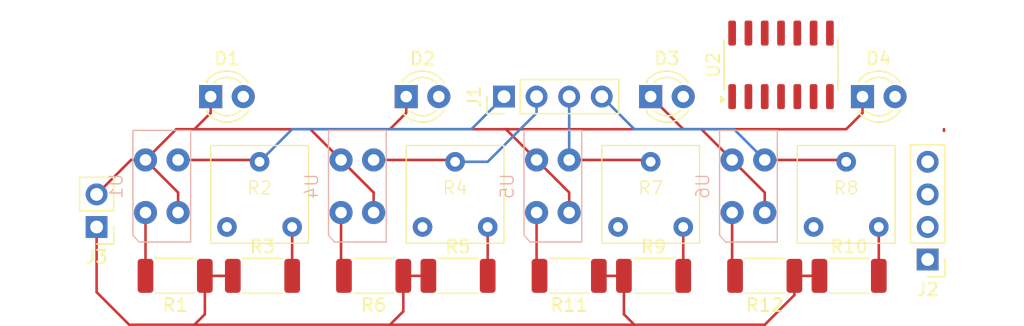
<source format=kicad_pcb>
(kicad_pcb (version 20240108) (generator "pcbnew") (generator_version "8.0")
  (layers (0 "F.Cu" signal) (31 "B.Cu" signal) (34 "B.Paste" user) (35 "F.Paste" user) (36 "B.SilkS" user "B.Silkscreen") (37 "F.SilkS" user "F.Silkscreen") (38 "B.Mask" user) (39 "F.Mask" user) (44 "Edge.Cuts" user))
  (net 0 "")
  (net 1 "Net-(D1-A)")
  (net 2 "GND")
  (net 3 "Net-(D2-A)")
  (net 4 "Net-(D3-A)")
  (net 5 "Net-(D4-A)")
  (net 6 "S3")
  (net 7 "S4")
  (net 8 "S2")
  (net 9 "S1")
  (net 10 "Net-(J2-Pin_4)")
  (net 11 "Net-(J2-Pin_2)")
  (net 12 "Net-(J2-Pin_3)")
  (net 13 "Net-(J2-Pin_1)")
  (net 14 "+5V")
  (net 15 "Net-(U1-Anode)")
  (net 16 "Net-(R2-Pad2)")
  (net 17 "Net-(R4-Pad2)")
  (net 18 "Net-(U4-Anode)")
  (net 19 "Net-(R7-Pad2)")
  (net 20 "Net-(R10-Pad2)")
  (net 21 "Net-(U5-Anode)")
  (net 22 "Net-(U6-Anode)")
  (footprint "自作:R_Variable" (layer "F.Cu") (at 107.95 40.64)
    (property "Reference" "R4" (at 0 -0.5 0) (layer "F.SilkS") (effects (font (thickness 0.1))))
    (property "Value" "50k")
    (fp_rect (start -3.81 -3.81) (end 3.81 3.81) (stroke (width 0.1)) (fill none) (layer "F.SilkS"))
    (pad "1" thru_hole circle (at 0 -2.54) (size 1.524 1.524) (drill 0.762) (layers "*.Cu" "*.Mask") (net 8 "S2"))
    (pad "2" thru_hole circle (at 2.54 2.54) (size 1.524 1.524) (drill 0.762) (layers "*.Cu" "*.Mask") (net 17 "Net-(R4-Pad2)"))
    (pad "3" thru_hole circle (at -2.54 2.54) (size 1.524 1.524) (drill 0.762) (layers "*.Cu" "*.Mask"))
  )
  (footprint "Resistor_SMD:R_2010_5025Metric" (layer "F.Cu") (at 138.6575 46.99)
    (property "Reference" "R10" (at 0 -2.28 0) (layer "F.SilkS"))
    (property "Value" "300")
    (fp_line (start -1.527064 -1.36) (end 1.527064 -1.36) (stroke (width 0.12)) (layer "F.SilkS"))
    (fp_line (start -1.527064 1.36) (end 1.527064 1.36) (stroke (width 0.12)) (layer "F.SilkS"))
    (pad "1" smd roundrect (at -2.3125 0) (size 1.225 2.65) (layers "F.Cu" "F.Paste" "F.Mask") (roundrect_rratio 0.204082) (net 14 "+5V"))
    (pad "2" smd roundrect (at 2.3125 0) (size 1.225 2.65) (layers "F.Cu" "F.Paste" "F.Mask") (roundrect_rratio 0.204082) (net 20 "Net-(R10-Pad2)"))
  )
  (footprint "Connector_PinHeader_2.54mm:PinHeader_1x04_P2.54mm_Vertical" (layer "F.Cu") (at 144.78 45.72 180)
    (property "Reference" "J2" (at 0 -2.33 360) (layer "F.SilkS"))
    (property "Value" "Conn_01x04_Socket")
    (fp_line (start 1.33 1.27) (end 1.33 8.95) (stroke (width 0.12)) (layer "F.SilkS"))
    (fp_line (start -1.33 8.95) (end 1.33 8.95) (stroke (width 0.12)) (layer "F.SilkS"))
    (fp_line (start -1.33 1.27) (end 1.33 1.27) (stroke (width 0.12)) (layer "F.SilkS"))
    (fp_line (start -1.33 1.27) (end -1.33 8.95) (stroke (width 0.12)) (layer "F.SilkS"))
    (fp_line (start -1.33 0) (end -1.33 -1.33) (stroke (width 0.12)) (layer "F.SilkS"))
    (fp_line (start -1.33 -1.33) (end 0 -1.33) (stroke (width 0.12)) (layer "F.SilkS"))
    (pad "1" thru_hole rect (at 0 0 180) (size 1.7 1.7) (drill 1) (layers "*.Cu" "*.Mask") (net 13 "Net-(J2-Pin_1)"))
    (pad "2" thru_hole oval (at 0 2.54 180) (size 1.7 1.7) (drill 1) (layers "*.Cu" "*.Mask") (net 11 "Net-(J2-Pin_2)"))
    (pad "3" thru_hole oval (at 0 5.08 180) (size 1.7 1.7) (drill 1) (layers "*.Cu" "*.Mask") (net 12 "Net-(J2-Pin_3)"))
    (pad "4" thru_hole oval (at 0 7.62 180) (size 1.7 1.7) (drill 1) (layers "*.Cu" "*.Mask") (net 10 "Net-(J2-Pin_4)"))
  )
  (footprint "Connector_PinHeader_2.54mm:PinHeader_1x04_P2.54mm_Vertical" (layer "F.Cu") (at 111.76 33.02 90)
    (property "Reference" "J1" (at 0 -2.33 90) (layer "F.SilkS"))
    (property "Value" "Conn_01x04_Socket")
    (fp_line (start -1.33 -1.33) (end 0 -1.33) (stroke (width 0.12)) (layer "F.SilkS"))
    (fp_line (start -1.33 0) (end -1.33 -1.33) (stroke (width 0.12)) (layer "F.SilkS"))
    (fp_line (start 1.33 1.27) (end 1.33 8.95) (stroke (width 0.12)) (layer "F.SilkS"))
    (fp_line (start -1.33 1.27) (end 1.33 1.27) (stroke (width 0.12)) (layer "F.SilkS"))
    (fp_line (start -1.33 1.27) (end -1.33 8.95) (stroke (width 0.12)) (layer "F.SilkS"))
    (fp_line (start -1.33 8.95) (end 1.33 8.95) (stroke (width 0.12)) (layer "F.SilkS"))
    (pad "1" thru_hole rect (at 0 0 90) (size 1.7 1.7) (drill 1) (layers "*.Cu" "*.Mask") (net 9 "S1"))
    (pad "2" thru_hole oval (at 0 2.54 90) (size 1.7 1.7) (drill 1) (layers "*.Cu" "*.Mask") (net 8 "S2"))
    (pad "3" thru_hole oval (at 0 5.08 90) (size 1.7 1.7) (drill 1) (layers "*.Cu" "*.Mask") (net 6 "S3"))
    (pad "4" thru_hole oval (at 0 7.62 90) (size 1.7 1.7) (drill 1) (layers "*.Cu" "*.Mask") (net 7 "S4"))
  )
  (footprint "Resistor_SMD:R_2010_5025Metric" (layer "F.Cu") (at 116.84 46.99 180)
    (property "Reference" "R11" (at 0 -2.28 360) (layer "F.SilkS"))
    (property "Value" "300")
    (fp_line (start -1.527064 1.36) (end 1.527064 1.36) (stroke (width 0.12)) (layer "F.SilkS"))
    (fp_line (start -1.527064 -1.36) (end 1.527064 -1.36) (stroke (width 0.12)) (layer "F.SilkS"))
    (pad "1" smd roundrect (at -2.3125 0 180) (size 1.225 2.65) (layers "F.Cu" "F.Paste" "F.Mask") (roundrect_rratio 0.204082) (net 14 "+5V"))
    (pad "2" smd roundrect (at 2.3125 0 180) (size 1.225 2.65) (layers "F.Cu" "F.Paste" "F.Mask") (roundrect_rratio 0.204082) (net 21 "Net-(U5-Anode)"))
  )
  (footprint "Resistor_SMD:R_2010_5025Metric" (layer "F.Cu") (at 86.1325 46.99 180)
    (property "Reference" "R1" (at 0 -2.28 360) (layer "F.SilkS"))
    (property "Value" "300")
    (fp_line (start -1.527064 1.36) (end 1.527064 1.36) (stroke (width 0.12)) (layer "F.SilkS"))
    (fp_line (start -1.527064 -1.36) (end 1.527064 -1.36) (stroke (width 0.12)) (layer "F.SilkS"))
    (pad "1" smd roundrect (at -2.3125 0 180) (size 1.225 2.65) (layers "F.Cu" "F.Paste" "F.Mask") (roundrect_rratio 0.204082) (net 14 "+5V"))
    (pad "2" smd roundrect (at 2.3125 0 180) (size 1.225 2.65) (layers "F.Cu" "F.Paste" "F.Mask") (roundrect_rratio 0.204082) (net 15 "Net-(U1-Anode)"))
  )
  (footprint "Resistor_SMD:R_2010_5025Metric" (layer "F.Cu") (at 101.6 46.99 180)
    (property "Reference" "R6" (at 0 -2.28 0) (layer "F.SilkS"))
    (property "Value" "300")
    (fp_line (start -1.527064 1.36) (end 1.527064 1.36) (stroke (width 0.12)) (layer "F.SilkS"))
    (fp_line (start -1.527064 -1.36) (end 1.527064 -1.36) (stroke (width 0.12)) (layer "F.SilkS"))
    (pad "1" smd roundrect (at -2.3125 0 180) (size 1.225 2.65) (layers "F.Cu" "F.Paste" "F.Mask") (roundrect_rratio 0.204082) (net 14 "+5V"))
    (pad "2" smd roundrect (at 2.3125 0 180) (size 1.225 2.65) (layers "F.Cu" "F.Paste" "F.Mask") (roundrect_rratio 0.204082) (net 18 "Net-(U4-Anode)"))
  )
  (footprint "Resistor_SMD:R_2010_5025Metric" (layer "F.Cu") (at 92.9375 46.99)
    (property "Reference" "R3" (at 0 -2.28 0) (layer "F.SilkS"))
    (property "Value" "300")
    (fp_line (start -1.527064 -1.36) (end 1.527064 -1.36) (stroke (width 0.12)) (layer "F.SilkS"))
    (fp_line (start -1.527064 1.36) (end 1.527064 1.36) (stroke (width 0.12)) (layer "F.SilkS"))
    (pad "1" smd roundrect (at -2.3125 0) (size 1.225 2.65) (layers "F.Cu" "F.Paste" "F.Mask") (roundrect_rratio 0.204082) (net 14 "+5V"))
    (pad "2" smd roundrect (at 2.3125 0) (size 1.225 2.65) (layers "F.Cu" "F.Paste" "F.Mask") (roundrect_rratio 0.204082) (net 16 "Net-(R2-Pad2)"))
  )
  (footprint "自作:R_Variable" (layer "F.Cu") (at 92.71 40.64)
    (property "Reference" "R2" (at 0 -0.5 0) (layer "F.SilkS") (effects (font (thickness 0.1))))
    (property "Value" "50k")
    (fp_rect (start -3.81 -3.81) (end 3.81 3.81) (stroke (width 0.1)) (fill none) (layer "F.SilkS"))
    (pad "1" thru_hole circle (at 0 -2.54) (size 1.524 1.524) (drill 0.762) (layers "*.Cu" "*.Mask") (net 9 "S1"))
    (pad "2" thru_hole circle (at 2.54 2.54) (size 1.524 1.524) (drill 0.762) (layers "*.Cu" "*.Mask") (net 16 "Net-(R2-Pad2)"))
    (pad "3" thru_hole circle (at -2.54 2.54) (size 1.524 1.524) (drill 0.762) (layers "*.Cu" "*.Mask"))
  )
  (footprint "LED_THT:LED_D3.0mm" (layer "F.Cu") (at 88.9 33.02)
    (property "Reference" "D1" (at 1.27 -2.96 0) (layer "F.SilkS"))
    (property "Value" "LED")
    (fp_line (start -0.29 -1.236) (end -0.29 -1.08) (stroke (width 0.12)) (layer "F.SilkS"))
    (fp_line (start -0.29 1.08) (end -0.29 1.236) (stroke (width 0.12)) (layer "F.SilkS"))
    (fp_arc (start -0.29 -1.235516) (mid 1.366487 -1.987659) (end 2.942335 -1.078608) (stroke (width 0.12)) (layer "F.SilkS"))
    (fp_arc (start 0.229039 -1.08) (mid 1.270117 -1.5) (end 2.31113 -1.079837) (stroke (width 0.12)) (layer "F.SilkS"))
    (fp_arc (start 2.31113 1.079837) (mid 1.270117 1.5) (end 0.229039 1.08) (stroke (width 0.12)) (layer "F.SilkS"))
    (fp_arc (start 2.942335 1.078608) (mid 1.366487 1.987659) (end -0.29 1.235516) (stroke (width 0.12)) (layer "F.SilkS"))
    (pad "1" thru_hole rect (at 0 0) (size 1.8 1.8) (drill 0.9) (layers "*.Cu" "*.Mask") (net 2 "GND"))
    (pad "2" thru_hole circle (at 2.54 0) (size 1.8 1.8) (drill 0.9) (layers "*.Cu" "*.Mask") (net 1 "Net-(D1-A)"))
  )
  (footprint "自作:R_Variable" (layer "F.Cu") (at 138.43 40.64)
    (property "Reference" "R8" (at 0 -0.5 0) (layer "F.SilkS") (effects (font (thickness 0.1))))
    (property "Value" "50k")
    (fp_rect (start -3.81 -3.81) (end 3.81 3.81) (stroke (width 0.1)) (fill none) (layer "F.SilkS"))
    (pad "1" thru_hole circle (at 0 -2.54) (size 1.524 1.524) (drill 0.762) (layers "*.Cu" "*.Mask") (net 7 "S4"))
    (pad "2" thru_hole circle (at 2.54 2.54) (size 1.524 1.524) (drill 0.762) (layers "*.Cu" "*.Mask") (net 20 "Net-(R10-Pad2)"))
    (pad "3" thru_hole circle (at -2.54 2.54) (size 1.524 1.524) (drill 0.762) (layers "*.Cu" "*.Mask"))
  )
  (footprint "Resistor_SMD:R_2010_5025Metric" (layer "F.Cu") (at 108.1775 46.99)
    (property "Reference" "R5" (at 0 -2.28 0) (layer "F.SilkS"))
    (property "Value" "300")
    (fp_line (start -1.527064 -1.36) (end 1.527064 -1.36) (stroke (width 0.12)) (layer "F.SilkS"))
    (fp_line (start -1.527064 1.36) (end 1.527064 1.36) (stroke (width 0.12)) (layer "F.SilkS"))
    (pad "1" smd roundrect (at -2.3125 0) (size 1.225 2.65) (layers "F.Cu" "F.Paste" "F.Mask") (roundrect_rratio 0.204082) (net 14 "+5V"))
    (pad "2" smd roundrect (at 2.3125 0) (size 1.225 2.65) (layers "F.Cu" "F.Paste" "F.Mask") (roundrect_rratio 0.204082) (net 17 "Net-(R4-Pad2)"))
  )
  (footprint "自作:R_Variable" (layer "F.Cu") (at 123.19 40.64)
    (property "Reference" "R7" (at 0 -0.5 0) (layer "F.SilkS") (effects (font (thickness 0.1))))
    (property "Value" "50k")
    (fp_rect (start -3.81 -3.81) (end 3.81 3.81) (stroke (width 0.1)) (fill none) (layer "F.SilkS"))
    (pad "1" thru_hole circle (at 0 -2.54) (size 1.524 1.524) (drill 0.762) (layers "*.Cu" "*.Mask") (net 6 "S3"))
    (pad "2" thru_hole circle (at 2.54 2.54) (size 1.524 1.524) (drill 0.762) (layers "*.Cu" "*.Mask") (net 19 "Net-(R7-Pad2)"))
    (pad "3" thru_hole circle (at -2.54 2.54) (size 1.524 1.524) (drill 0.762) (layers "*.Cu" "*.Mask"))
  )
  (footprint "Connector_PinHeader_2.54mm:PinHeader_1x02_P2.54mm_Vertical" (layer "F.Cu") (at 80.01 43.18 180)
    (property "Reference" "J3" (at 0 -2.33 0) (layer "F.SilkS"))
    (property "Value" "Conn_01x02_Socket")
    (fp_line (start 1.33 1.27) (end 1.33 3.87) (stroke (width 0.12)) (layer "F.SilkS"))
    (fp_line (start -1.33 3.87) (end 1.33 3.87) (stroke (width 0.12)) (layer "F.SilkS"))
    (fp_line (start -1.33 1.27) (end 1.33 1.27) (stroke (width 0.12)) (layer "F.SilkS"))
    (fp_line (start -1.33 1.27) (end -1.33 3.87) (stroke (width 0.12)) (layer "F.SilkS"))
    (fp_line (start -1.33 0) (end -1.33 -1.33) (stroke (width 0.12)) (layer "F.SilkS"))
    (fp_line (start -1.33 -1.33) (end 0 -1.33) (stroke (width 0.12)) (layer "F.SilkS"))
    (pad "1" thru_hole rect (at 0 0 180) (size 1.7 1.7) (drill 1) (layers "*.Cu" "*.Mask") (net 14 "+5V"))
    (pad "2" thru_hole oval (at 0 2.54 180) (size 1.7 1.7) (drill 1) (layers "*.Cu" "*.Mask") (net 2 "GND"))
  )
  (footprint "LED_THT:LED_D3.0mm" (layer "F.Cu") (at 139.7 33.02)
    (property "Reference" "D4" (at 1.27 -2.96 0) (layer "F.SilkS"))
    (property "Value" "LED")
    (fp_line (start -0.29 -1.236) (end -0.29 -1.08) (stroke (width 0.12)) (layer "F.SilkS"))
    (fp_line (start -0.29 1.08) (end -0.29 1.236) (stroke (width 0.12)) (layer "F.SilkS"))
    (fp_arc (start -0.29 -1.235516) (mid 1.366487 -1.987659) (end 2.942335 -1.078608) (stroke (width 0.12)) (layer "F.SilkS"))
    (fp_arc (start 0.229039 -1.08) (mid 1.270117 -1.5) (end 2.31113 -1.079837) (stroke (width 0.12)) (layer "F.SilkS"))
    (fp_arc (start 2.31113 1.079837) (mid 1.270117 1.5) (end 0.229039 1.08) (stroke (width 0.12)) (layer "F.SilkS"))
    (fp_arc (start 2.942335 1.078608) (mid 1.366487 1.987659) (end -0.29 1.235516) (stroke (width 0.12)) (layer "F.SilkS"))
    (pad "1" thru_hole rect (at 0 0) (size 1.8 1.8) (drill 0.9) (layers "*.Cu" "*.Mask") (net 2 "GND"))
    (pad "2" thru_hole circle (at 2.54 0) (size 1.8 1.8) (drill 0.9) (layers "*.Cu" "*.Mask") (net 5 "Net-(D4-A)"))
  )
  (footprint "Resistor_SMD:R_2010_5025Metric" (layer "F.Cu") (at 132.08 46.99 180)
    (property "Reference" "R12" (at 0 -2.28 0) (layer "F.SilkS"))
    (property "Value" "300")
    (fp_line (start -1.527064 1.36) (end 1.527064 1.36) (stroke (width 0.12)) (layer "F.SilkS"))
    (fp_line (start -1.527064 -1.36) (end 1.527064 -1.36) (stroke (width 0.12)) (layer "F.SilkS"))
    (pad "1" smd roundrect (at -2.3125 0 180) (size 1.225 2.65) (layers "F.Cu" "F.Paste" "F.Mask") (roundrect_rratio 0.204082) (net 14 "+5V"))
    (pad "2" smd roundrect (at 2.3125 0 180) (size 1.225 2.65) (layers "F.Cu" "F.Paste" "F.Mask") (roundrect_rratio 0.204082) (net 22 "Net-(U6-Anode)"))
  )
  (footprint "LED_THT:LED_D3.0mm" (layer "F.Cu") (at 104.14 33.02)
    (property "Reference" "D2" (at 1.27 -2.96 0) (layer "F.SilkS"))
    (property "Value" "LED")
    (fp_line (start -0.29 -1.236) (end -0.29 -1.08) (stroke (width 0.12)) (layer "F.SilkS"))
    (fp_line (start -0.29 1.08) (end -0.29 1.236) (stroke (width 0.12)) (layer "F.SilkS"))
    (fp_arc (start -0.29 -1.235516) (mid 1.366487 -1.987659) (end 2.942335 -1.078608) (stroke (width 0.12)) (layer "F.SilkS"))
    (fp_arc (start 0.229039 -1.08) (mid 1.270117 -1.5) (end 2.31113 -1.079837) (stroke (width 0.12)) (layer "F.SilkS"))
    (fp_arc (start 2.31113 1.079837) (mid 1.270117 1.5) (end 0.229039 1.08) (stroke (width 0.12)) (layer "F.SilkS"))
    (fp_arc (start 2.942335 1.078608) (mid 1.366487 1.987659) (end -0.29 1.235516) (stroke (width 0.12)) (layer "F.SilkS"))
    (pad "1" thru_hole rect (at 0 0) (size 1.8 1.8) (drill 0.9) (layers "*.Cu" "*.Mask") (net 2 "GND"))
    (pad "2" thru_hole circle (at 2.54 0) (size 1.8 1.8) (drill 0.9) (layers "*.Cu" "*.Mask") (net 3 "Net-(D2-A)"))
  )
  (footprint "LED_THT:LED_D3.0mm" (layer "F.Cu") (at 123.19 33.02)
    (property "Reference" "D3" (at 1.27 -2.96 0) (layer "F.SilkS"))
    (property "Value" "LED")
    (fp_line (start -0.29 -1.236) (end -0.29 -1.08) (stroke (width 0.12)) (layer "F.SilkS"))
    (fp_line (start -0.29 1.08) (end -0.29 1.236) (stroke (width 0.12)) (layer "F.SilkS"))
    (fp_arc (start -0.29 -1.235516) (mid 1.366487 -1.987659) (end 2.942335 -1.078608) (stroke (width 0.12)) (layer "F.SilkS"))
    (fp_arc (start 0.229039 -1.08) (mid 1.270117 -1.5) (end 2.31113 -1.079837) (stroke (width 0.12)) (layer "F.SilkS"))
    (fp_arc (start 2.31113 1.079837) (mid 1.270117 1.5) (end 0.229039 1.08) (stroke (width 0.12)) (layer "F.SilkS"))
    (fp_arc (start 2.942335 1.078608) (mid 1.366487 1.987659) (end -0.29 1.235516) (stroke (width 0.12)) (layer "F.SilkS"))
    (pad "1" thru_hole rect (at 0 0) (size 1.8 1.8) (drill 0.9) (layers "*.Cu" "*.Mask") (net 2 "GND"))
    (pad "2" thru_hole circle (at 2.54 0) (size 1.8 1.8) (drill 0.9) (layers "*.Cu" "*.Mask") (net 4 "Net-(D3-A)"))
  )
  (footprint "Resistor_SMD:R_2010_5025Metric" (layer "F.Cu") (at 123.4175 46.99)
    (property "Reference" "R9" (at 0 -2.28 0) (layer "F.SilkS"))
    (property "Value" "300")
    (fp_line (start -1.527064 -1.36) (end 1.527064 -1.36) (stroke (width 0.12)) (layer "F.SilkS"))
    (fp_line (start -1.527064 1.36) (end 1.527064 1.36) (stroke (width 0.12)) (layer "F.SilkS"))
    (pad "1" smd roundrect (at -2.3125 0) (size 1.225 2.65) (layers "F.Cu" "F.Paste" "F.Mask") (roundrect_rratio 0.204082) (net 14 "+5V"))
    (pad "2" smd roundrect (at 2.3125 0) (size 1.225 2.65) (layers "F.Cu" "F.Paste" "F.Mask") (roundrect_rratio 0.204082) (net 19 "Net-(R7-Pad2)"))
  )
  (footprint "Package_SO:SOIC-14_3.9x8.7mm_P1.27mm" (layer "F.Cu") (at 133.35 30.545 90)
    (property "Reference" "U2" (at 0 -5.28 90) (layer "F.SilkS"))
    (property "Value" "74HC7014")
    (fp_line (start 0 -4.435) (end 1.95 -4.435) (stroke (width 0.12)) (layer "F.SilkS"))
    (fp_line (start 0 -4.435) (end -1.95 -4.435) (stroke (width 0.12)) (layer "F.SilkS"))
    (fp_line (start 0 4.435) (end 1.95 4.435) (stroke (width 0.12)) (layer "F.SilkS"))
    (fp_line (start 0 4.435) (end -1.95 4.435) (stroke (width 0.12)) (layer "F.SilkS"))
    (fp_poly (pts (xy -2.7 -4.37) (xy -2.94 -4.7) (xy -2.46 -4.7) (xy -2.7 -4.37)) (stroke (width 0.12)) (fill solid) (layer "F.SilkS"))
    (pad "1" smd roundrect (at -2.475 -3.81 90) (size 1.95 0.6) (layers "F.Cu" "F.Paste" "F.Mask") (net 13 "Net-(J2-Pin_1)"))
    (pad "2" smd roundrect (at -2.475 -2.54 90) (size 1.95 0.6) (layers "F.Cu" "F.Paste" "F.Mask") (net 11 "Net-(J2-Pin_2)"))
    (pad "3" smd roundrect (at -2.475 -1.27 90) (size 1.95 0.6) (layers "F.Cu" "F.Paste" "F.Mask") (net 12 "Net-(J2-Pin_3)"))
    (pad "4" smd roundrect (at -2.475 0 90) (size 1.95 0.6) (layers "F.Cu" "F.Paste" "F.Mask") (net 10 "Net-(J2-Pin_4)"))
    (pad "5" smd roundrect (at -2.475 1.27 90) (size 1.95 0.6) (layers "F.Cu" "F.Paste" "F.Mask") (net 7 "S4"))
    (pad "6" smd roundrect (at -2.475 2.54 90) (size 1.95 0.6) (layers "F.Cu" "F.Paste" "F.Mask") (net 5 "Net-(D4-A)"))
    (pad "7" smd roundrect (at -2.475 3.81 90) (size 1.95 0.6) (layers "F.Cu" "F.Paste" "F.Mask") (net 2 "GND"))
    (pad "8" smd roundrect (at 2.475 3.81 90) (size 1.95 0.6) (layers "F.Cu" "F.Paste" "F.Mask") (net 3 "Net-(D2-A)"))
    (pad "9" smd roundrect (at 2.475 2.54 90) (size 1.95 0.6) (layers "F.Cu" "F.Paste" "F.Mask") (net 8 "S2"))
    (pad "10" smd roundrect (at 2.475 1.27 90) (size 1.95 0.6) (layers "F.Cu" "F.Paste" "F.Mask") (net 4 "Net-(D3-A)"))
    (pad "11" smd roundrect (at 2.475 0 90) (size 1.95 0.6) (layers "F.Cu" "F.Paste" "F.Mask") (net 6 "S3"))
    (pad "12" smd roundrect (at 2.475 -1.27 90) (size 1.95 0.6) (layers "F.Cu" "F.Paste" "F.Mask") (net 1 "Net-(D1-A)"))
    (pad "13" smd roundrect (at 2.475 -2.54 90) (size 1.95 0.6) (layers "F.Cu" "F.Paste" "F.Mask") (net 9 "S1"))
    (pad "14" smd roundrect (at 2.475 -3.81 90) (size 1.95 0.6) (layers "F.Cu" "F.Paste" "F.Mask") (net 14 "+5V"))
  )
  (footprint "LBR-127HLD:LBR-127HLD" (layer "B.Cu") (at 130.81 40.005 -90)
    (property "Reference" "U6" (at 0 3.556 90) (layer "B.SilkS") (effects (font (thickness 0.1)) (justify mirror)))
    (property "Value" "LBR-127HLD")
    (fp_line (start -4.35 2.25) (end 3.81 2.25) (stroke (width 0.1)) (layer "B.SilkS"))
    (fp_line (start 4.35 1.778) (end 3.81 2.25) (stroke (width 0.1)) (layer "B.SilkS"))
    (fp_line (start 4.35 1.778) (end 4.35 -2.25) (stroke (width 0.1)) (layer "B.SilkS"))
    (fp_line (start -4.35 -2.25) (end -4.35 2.25) (stroke (width 0.1)) (layer "B.SilkS"))
    (fp_line (start 4.35 -2.25) (end -4.35 -2.25) (stroke (width 0.1)) (layer "B.SilkS"))
    (pad "1" thru_hole circle (at 2.05 1.27 270) (size 1.8 1.8) (drill 0.9) (layers "*.Cu" "*.Mask") (net 22 "Net-(U6-Anode)"))
    (pad "2" thru_hole circle (at 2.05 -1.27 270) (size 1.8 1.8) (drill 0.9) (layers "*.Cu" "*.Mask") (net 2 "GND"))
    (pad "3" thru_hole circle (at -2.05 1.27 270) (size 1.8 1.8) (drill 0.9) (layers "*.Cu" "*.Mask") (net 2 "GND"))
    (pad "4" thru_hole circle (at -2.05 -1.27 270) (size 1.8 1.8) (drill 0.9) (layers "*.Cu" "*.Mask") (net 7 "S4"))
  )
  (footprint "LBR-127HLD:LBR-127HLD" (layer "B.Cu") (at 85.09 40.005 -90)
    (property "Reference" "U1" (at 0 3.556 90) (layer "B.SilkS") (effects (font (thickness 0.1)) (justify mirror)))
    (property "Value" "LBR-127HLD")
    (fp_line (start -4.35 2.25) (end 3.81 2.25) (stroke (width 0.1)) (layer "B.SilkS"))
    (fp_line (start 4.35 1.778) (end 3.81 2.25) (stroke (width 0.1)) (layer "B.SilkS"))
    (fp_line (start 4.35 1.778) (end 4.35 -2.25) (stroke (width 0.1)) (layer "B.SilkS"))
    (fp_line (start -4.35 -2.25) (end -4.35 2.25) (stroke (width 0.1)) (layer "B.SilkS"))
    (fp_line (start 4.35 -2.25) (end -4.35 -2.25) (stroke (width 0.1)) (layer "B.SilkS"))
    (pad "1" thru_hole circle (at 2.05 1.27 270) (size 1.8 1.8) (drill 0.9) (layers "*.Cu" "*.Mask") (net 15 "Net-(U1-Anode)"))
    (pad "2" thru_hole circle (at 2.05 -1.27 270) (size 1.8 1.8) (drill 0.9) (layers "*.Cu" "*.Mask") (net 2 "GND"))
    (pad "3" thru_hole circle (at -2.05 1.27 270) (size 1.8 1.8) (drill 0.9) (layers "*.Cu" "*.Mask") (net 2 "GND"))
    (pad "4" thru_hole circle (at -2.05 -1.27 270) (size 1.8 1.8) (drill 0.9) (layers "*.Cu" "*.Mask") (net 9 "S1"))
  )
  (footprint "LBR-127HLD:LBR-127HLD" (layer "B.Cu") (at 100.33 40.005 -90)
    (property "Reference" "U4" (at 0 3.556 90) (layer "B.SilkS") (effects (font (thickness 0.1)) (justify mirror)))
    (property "Value" "LBR-127HLD")
    (fp_line (start -4.35 2.25) (end 3.81 2.25) (stroke (width 0.1)) (layer "B.SilkS"))
    (fp_line (start 4.35 1.778) (end 3.81 2.25) (stroke (width 0.1)) (layer "B.SilkS"))
    (fp_line (start 4.35 1.778) (end 4.35 -2.25) (stroke (width 0.1)) (layer "B.SilkS"))
    (fp_line (start -4.35 -2.25) (end -4.35 2.25) (stroke (width 0.1)) (layer "B.SilkS"))
    (fp_line (start 4.35 -2.25) (end -4.35 -2.25) (stroke (width 0.1)) (layer "B.SilkS"))
    (pad "1" thru_hole circle (at 2.05 1.27 270) (size 1.8 1.8) (drill 0.9) (layers "*.Cu" "*.Mask") (net 18 "Net-(U4-Anode)"))
    (pad "2" thru_hole circle (at 2.05 -1.27 270) (size 1.8 1.8) (drill 0.9) (layers "*.Cu" "*.Mask") (net 2 "GND"))
    (pad "3" thru_hole circle (at -2.05 1.27 270) (size 1.8 1.8) (drill 0.9) (layers "*.Cu" "*.Mask") (net 2 "GND"))
    (pad "4" thru_hole circle (at -2.05 -1.27 270) (size 1.8 1.8) (drill 0.9) (layers "*.Cu" "*.Mask") (net 8 "S2"))
  )
  (footprint "LBR-127HLD:LBR-127HLD" (layer "B.Cu") (at 115.57 40.005 -90)
    (property "Reference" "U5" (at 0 3.556 90) (layer "B.SilkS") (effects (font (thickness 0.1)) (justify mirror)))
    (property "Value" "LBR-127HLD")
    (fp_line (start -4.35 2.25) (end 3.81 2.25) (stroke (width 0.1)) (layer "B.SilkS"))
    (fp_line (start 4.35 1.778) (end 3.81 2.25) (stroke (width 0.1)) (layer "B.SilkS"))
    (fp_line (start 4.35 1.778) (end 4.35 -2.25) (stroke (width 0.1)) (layer "B.SilkS"))
    (fp_line (start -4.35 -2.25) (end -4.35 2.25) (stroke (width 0.1)) (layer "B.SilkS"))
    (fp_line (start 4.35 -2.25) (end -4.35 -2.25) (stroke (width 0.1)) (layer "B.SilkS"))
    (pad "1" thru_hole circle (at 2.05 1.27 270) (size 1.8 1.8) (drill 0.9) (layers "*.Cu" "*.Mask") (net 21 "Net-(U5-Anode)"))
    (pad "2" thru_hole circle (at 2.05 -1.27 270) (size 1.8 1.8) (drill 0.9) (layers "*.Cu" "*.Mask") (net 2 "GND"))
    (pad "3" thru_hole circle (at -2.05 1.27 270) (size 1.8 1.8) (drill 0.9) (layers "*.Cu" "*.Mask") (net 2 "GND"))
    (pad "4" thru_hole circle (at -2.05 -1.27 270) (size 1.8 1.8) (drill 0.9) (layers "*.Cu" "*.Mask") (net 6 "S3"))
  )
  (segment (start 138.43 35.56) (end 125.73 35.56) (width 0.2) (layer "F.Cu") (net 2))
  (segment (start 102.87 35.56) (end 111.76 35.56) (width 0.2) (layer "F.Cu") (net 2))
  (segment (start 104.14 34.29) (end 102.87 35.56) (width 0.2) (layer "F.Cu") (net 2))
  (segment (start 86.215 35.56) (end 87.63 35.56) (width 0.2) (layer "F.Cu") (net 2))
  (segment (start 114.3 37.955) (end 111.905 35.56) (width 0.2) (layer "F.Cu") (net 2))
  (segment (start 83.82 37.955) (end 86.215 35.56) (width 0.2) (layer "F.Cu") (net 2))
  (segment (start 116.84 40.495) (end 114.3 37.955) (width 0.2) (layer "F.Cu") (net 2))
  (segment (start 86.36 42.055) (end 86.36 40.495) (width 0.2) (layer "F.Cu") (net 2))
  (segment (start 139.7 34.29) (end 138.43 35.56) (width 0.2) (layer "F.Cu") (net 2))
  (segment (start 87.63 35.56) (end 96.52 35.56) (width 0.2) (layer "F.Cu") (net 2))
  (segment (start 129.54 37.955) (end 127.145 35.56) (width 0.2) (layer "F.Cu") (net 2))
  (segment (start 96.665 35.56) (end 96.52 35.56) (width 0.2) (layer "F.Cu") (net 2))
  (segment (start 101.6 42.055) (end 101.6 40.495) (width 0.2) (layer "F.Cu") (net 2))
  (segment (start 125.73 35.56) (end 127 35.56) (width 0.2) (layer "F.Cu") (net 2))
  (segment (start 88.9 34.29) (end 87.63 35.56) (width 0.2) (layer "F.Cu") (net 2))
  (segment (start 111.76 35.56) (end 125.73 35.56) (width 0.2) (layer "F.Cu") (net 2))
  (segment (start 132.08 42.055) (end 132.08 40.495) (width 0.2) (layer "F.Cu") (net 2))
  (segment (start 139.7 33.02) (end 139.7 34.29) (width 0.2) (layer "F.Cu") (net 2))
  (segment (start 96.52 35.56) (end 102.87 35.56) (width 0.2) (layer "F.Cu") (net 2))
  (segment (start 146.05 35.56) (end 146.05 35.69) (width 0.2) (layer "F.Cu") (net 2))
  (segment (start 88.9 33.02) (end 88.9 34.29) (width 0.2) (layer "F.Cu") (net 2))
  (segment (start 127.145 35.56) (end 127 35.56) (width 0.2) (layer "F.Cu") (net 2))
  (segment (start 101.6 40.495) (end 99.06 37.955) (width 0.2) (layer "F.Cu") (net 2))
  (segment (start 104.14 33.02) (end 104.14 34.29) (width 0.2) (layer "F.Cu") (net 2))
  (segment (start 116.84 42.055) (end 116.84 40.495) (width 0.2) (layer "F.Cu") (net 2))
  (segment (start 80.01 40.64) (end 82.695 37.955) (width 0.2) (layer "F.Cu") (net 2))
  (segment (start 111.905 35.56) (end 111.76 35.56) (width 0.2) (layer "F.Cu") (net 2))
  (segment (start 82.695 37.955) (end 83.82 37.955) (width 0.2) (layer "F.Cu") (net 2))
  (segment (start 132.08 40.495) (end 129.54 37.955) (width 0.2) (layer "F.Cu") (net 2))
  (segment (start 99.06 37.955) (end 96.665 35.56) (width 0.2) (layer "F.Cu") (net 2))
  (segment (start 86.36 40.495) (end 83.82 37.955) (width 0.2) (layer "F.Cu") (net 2))
  (segment (start 123.19 33.02) (end 125.73 35.56) (width 0.2) (layer "F.Cu") (net 2))
  (segment (start 123.045 37.955) (end 123.19 38.1) (width 0.2) (layer "F.Cu") (net 6))
  (segment (start 116.84 37.955) (end 123.045 37.955) (width 0.2) (layer "F.Cu") (net 6))
  (segment (start 116.84 37.955) (end 116.84 33.02) (width 0.2) (layer "B.Cu") (net 6))
  (segment (start 132.08 37.955) (end 138.285 37.955) (width 0.2) (layer "F.Cu") (net 7))
  (segment (start 138.285 37.955) (end 138.43 38.1) (width 0.2) (layer "F.Cu") (net 7))
  (segment (start 129.685 35.56) (end 121.92 35.56) (width 0.2) (layer "B.Cu") (net 7))
  (segment (start 121.92 35.56) (end 119.38 33.02) (width 0.2) (layer "B.Cu") (net 7))
  (segment (start 132.08 37.955) (end 129.685 35.56) (width 0.2) (layer "B.Cu") (net 7))
  (segment (start 107.805 37.955) (end 107.95 38.1) (width 0.2) (layer "F.Cu") (net 8))
  (segment (start 101.6 37.955) (end 107.805 37.955) (width 0.2) (layer "F.Cu") (net 8))
  (segment (start 114.3 33.02) (end 114.3 34.29) (width 0.2) (layer "B.Cu") (net 8))
  (segment (start 110.49 38.1) (end 107.95 38.1) (width 0.2) (layer "B.Cu") (net 8))
  (segment (start 114.3 34.29) (end 110.49 38.1) (width 0.2) (layer "B.Cu") (net 8))
  (segment (start 92.565 37.955) (end 92.71 38.1) (width 0.2) (layer "F.Cu") (net 9))
  (segment (start 86.36 37.955) (end 92.565 37.955) (width 0.2) (layer "F.Cu") (net 9))
  (segment (start 109.22 35.56) (end 95.25 35.56) (width 0.2) (layer "B.Cu") (net 9))
  (segment (start 111.76 33.02) (end 109.22 35.56) (width 0.2) (layer "B.Cu") (net 9))
  (segment (start 95.25 35.56) (end 92.71 38.1) (width 0.2) (layer "B.Cu") (net 9))
  (segment (start 90.625 46.99) (end 88.445 46.99) (width 0.2) (layer "F.Cu") (net 14))
  (segment (start 134.3925 48.4875) (end 132.08 50.8) (width 0.2) (layer "F.Cu") (net 14))
  (segment (start 121.105 49.985) (end 121.92 50.8) (width 0.2) (layer "F.Cu") (net 14))
  (segment (start 134.3925 46.99) (end 134.3925 48.4875) (width 0.2) (layer "F.Cu") (net 14))
  (segment (start 88.445 46.99) (end 88.445 49.985) (width 0.2) (layer "F.Cu") (net 14))
  (segment (start 134.3925 46.99) (end 136.345 46.99) (width 0.2) (layer "F.Cu") (net 14))
  (segment (start 103.9125 49.7575) (end 102.87 50.8) (width 0.2) (layer "F.Cu") (net 14))
  (segment (start 80.01 48.26) (end 82.55 50.8) (width 0.2) (layer "F.Cu") (net 14))
  (segment (start 121.105 46.99) (end 121.105 49.985) (width 0.2) (layer "F.Cu") (net 14))
  (segment (start 121.105 46.99) (end 119.1525 46.99) (width 0.2) (layer "F.Cu") (net 14))
  (segment (start 102.87 50.8) (end 121.92 50.8) (width 0.2) (layer "F.Cu") (net 14))
  (segment (start 132.08 50.8) (end 121.92 50.8) (width 0.2) (layer "F.Cu") (net 14))
  (segment (start 80.01 43.18) (end 80.01 48.26) (width 0.2) (layer "F.Cu") (net 14))
  (segment (start 103.9125 46.99) (end 103.9125 49.7575) (width 0.2) (layer "F.Cu") (net 14))
  (segment (start 105.865 46.99) (end 103.9125 46.99) (width 0.2) (layer "F.Cu") (net 14))
  (segment (start 82.55 50.8) (end 87.63 50.8) (width 0.2) (layer "F.Cu") (net 14))
  (segment (start 88.445 49.985) (end 87.63 50.8) (width 0.2) (layer "F.Cu") (net 14))
  (segment (start 87.63 50.8) (end 102.87 50.8) (width 0.2) (layer "F.Cu") (net 14))
  (segment (start 83.82 42.055) (end 83.82 46.99) (width 0.2) (layer "F.Cu") (net 15))
  (segment (start 95.25 43.18) (end 95.25 46.99) (width 0.2) (layer "F.Cu") (net 16))
  (segment (start 110.49 43.18) (end 110.49 46.99) (width 0.2) (layer "F.Cu") (net 17))
  (segment (start 99.06 46.7625) (end 99.2875 46.99) (width 0.2) (layer "F.Cu") (net 18))
  (segment (start 99.06 42.055) (end 99.06 46.7625) (width 0.2) (layer "F.Cu") (net 18))
  (segment (start 125.73 46.99) (end 125.73 43.18) (width 0.2) (layer "F.Cu") (net 19))
  (segment (start 140.97 43.18) (end 140.97 46.99) (width 0.2) (layer "F.Cu") (net 20))
  (segment (start 114.3 46.7625) (end 114.5275 46.99) (width 0.2) (layer "F.Cu") (net 21))
  (segment (start 114.3 42.055) (end 114.3 46.7625) (width 0.2) (layer "F.Cu") (net 21))
  (segment (start 129.54 42.055) (end 129.54 46.7625) (width 0.2) (layer "F.Cu") (net 22))
  (segment (start 129.54 46.7625) (end 129.7675 46.99) (width 0.2) (layer "F.Cu") (net 22))
)
</source>
